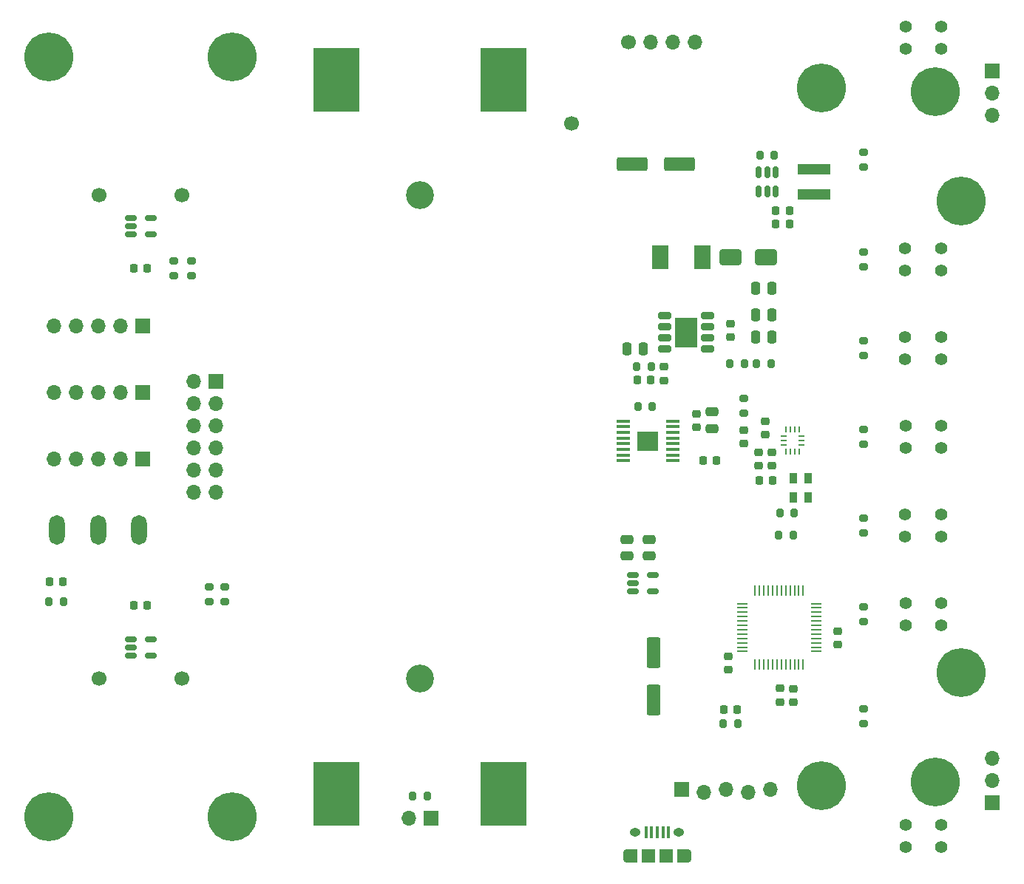
<source format=gbr>
%TF.GenerationSoftware,KiCad,Pcbnew,7.0.8*%
%TF.CreationDate,2023-10-27T12:05:37-04:00*%
%TF.ProjectId,mainboard_dual_battery,6d61696e-626f-4617-9264-5f6475616c5f,rev?*%
%TF.SameCoordinates,PX1312d00PY5f5e100*%
%TF.FileFunction,Soldermask,Top*%
%TF.FilePolarity,Negative*%
%FSLAX46Y46*%
G04 Gerber Fmt 4.6, Leading zero omitted, Abs format (unit mm)*
G04 Created by KiCad (PCBNEW 7.0.8) date 2023-10-27 12:05:37*
%MOMM*%
%LPD*%
G01*
G04 APERTURE LIST*
G04 Aperture macros list*
%AMRoundRect*
0 Rectangle with rounded corners*
0 $1 Rounding radius*
0 $2 $3 $4 $5 $6 $7 $8 $9 X,Y pos of 4 corners*
0 Add a 4 corners polygon primitive as box body*
4,1,4,$2,$3,$4,$5,$6,$7,$8,$9,$2,$3,0*
0 Add four circle primitives for the rounded corners*
1,1,$1+$1,$2,$3*
1,1,$1+$1,$4,$5*
1,1,$1+$1,$6,$7*
1,1,$1+$1,$8,$9*
0 Add four rect primitives between the rounded corners*
20,1,$1+$1,$2,$3,$4,$5,0*
20,1,$1+$1,$4,$5,$6,$7,0*
20,1,$1+$1,$6,$7,$8,$9,0*
20,1,$1+$1,$8,$9,$2,$3,0*%
G04 Aperture macros list end*
%ADD10C,5.600000*%
%ADD11R,1.700000X1.700000*%
%ADD12O,1.700000X1.700000*%
%ADD13RoundRect,0.250000X1.500000X0.550000X-1.500000X0.550000X-1.500000X-0.550000X1.500000X-0.550000X0*%
%ADD14R,0.950000X1.200000*%
%ADD15RoundRect,0.225000X-0.250000X0.225000X-0.250000X-0.225000X0.250000X-0.225000X0.250000X0.225000X0*%
%ADD16RoundRect,0.225000X-0.225000X-0.250000X0.225000X-0.250000X0.225000X0.250000X-0.225000X0.250000X0*%
%ADD17RoundRect,0.150000X-0.512500X-0.150000X0.512500X-0.150000X0.512500X0.150000X-0.512500X0.150000X0*%
%ADD18RoundRect,0.250000X0.250000X0.475000X-0.250000X0.475000X-0.250000X-0.475000X0.250000X-0.475000X0*%
%ADD19RoundRect,0.225000X0.225000X0.250000X-0.225000X0.250000X-0.225000X-0.250000X0.225000X-0.250000X0*%
%ADD20C,1.700000*%
%ADD21R,2.460000X2.310000*%
%ADD22RoundRect,0.097500X-0.690000X-0.097500X0.690000X-0.097500X0.690000X0.097500X-0.690000X0.097500X0*%
%ADD23RoundRect,0.225000X0.250000X-0.225000X0.250000X0.225000X-0.250000X0.225000X-0.250000X-0.225000X0*%
%ADD24C,3.200000*%
%ADD25R,5.320000X7.350000*%
%ADD26RoundRect,0.200000X-0.200000X-0.275000X0.200000X-0.275000X0.200000X0.275000X-0.200000X0.275000X0*%
%ADD27RoundRect,0.200000X0.200000X0.275000X-0.200000X0.275000X-0.200000X-0.275000X0.200000X-0.275000X0*%
%ADD28RoundRect,0.250000X-0.475000X0.250000X-0.475000X-0.250000X0.475000X-0.250000X0.475000X0.250000X0*%
%ADD29R,3.700000X1.200000*%
%ADD30R,0.400000X1.350000*%
%ADD31O,0.890000X1.550000*%
%ADD32R,1.200000X1.550000*%
%ADD33O,1.250000X0.950000*%
%ADD34R,1.500000X1.550000*%
%ADD35RoundRect,0.200000X0.275000X-0.200000X0.275000X0.200000X-0.275000X0.200000X-0.275000X-0.200000X0*%
%ADD36O,1.200000X0.240000*%
%ADD37O,0.240000X1.200000*%
%ADD38RoundRect,0.250000X0.475000X-0.250000X0.475000X0.250000X-0.475000X0.250000X-0.475000X-0.250000X0*%
%ADD39RoundRect,0.250000X0.550000X-1.500000X0.550000X1.500000X-0.550000X1.500000X-0.550000X-1.500000X0*%
%ADD40RoundRect,0.150000X-0.150000X0.512500X-0.150000X-0.512500X0.150000X-0.512500X0.150000X0.512500X0*%
%ADD41RoundRect,0.200000X-0.550000X-0.200000X0.550000X-0.200000X0.550000X0.200000X-0.550000X0.200000X0*%
%ADD42R,2.620000X3.510000*%
%ADD43RoundRect,0.218750X-0.218750X-0.256250X0.218750X-0.256250X0.218750X0.256250X-0.218750X0.256250X0*%
%ADD44R,0.250000X0.675000*%
%ADD45R,0.675000X0.250000*%
%ADD46R,1.870000X2.800000*%
%ADD47RoundRect,0.218750X-0.256250X0.218750X-0.256250X-0.218750X0.256250X-0.218750X0.256250X0.218750X0*%
%ADD48RoundRect,0.250000X1.000000X0.650000X-1.000000X0.650000X-1.000000X-0.650000X1.000000X-0.650000X0*%
%ADD49O,1.800000X3.400000*%
%ADD50RoundRect,0.200000X-0.275000X0.200000X-0.275000X-0.200000X0.275000X-0.200000X0.275000X0.200000X0*%
%ADD51C,1.400000*%
G04 APERTURE END LIST*
D10*
%TO.C,REF\u002A\u002A*%
X4500000Y-43500000D03*
%TD*%
D11*
%TO.C,J14*%
X48260000Y-43688000D03*
D12*
X45720000Y-43688000D03*
%TD*%
D11*
%TO.C,J2*%
X15240000Y12700000D03*
D12*
X12700000Y12700000D03*
X10160000Y12700000D03*
X7620000Y12700000D03*
X5080000Y12700000D03*
%TD*%
D13*
%TO.C,C19*%
X76700000Y31242000D03*
X71300000Y31242000D03*
%TD*%
D14*
%TO.C,X1*%
X91446000Y-6944750D03*
X91446000Y-4744750D03*
X89746000Y-4744750D03*
X89746000Y-6944750D03*
%TD*%
D15*
%TO.C,C7*%
X78669625Y2665000D03*
X78669625Y1115000D03*
%TD*%
D16*
%TO.C,C18*%
X14211000Y-19304000D03*
X15761000Y-19304000D03*
%TD*%
D17*
%TO.C,U13*%
X13862500Y-23190000D03*
X13862500Y-24140000D03*
X13862500Y-25090000D03*
X16137500Y-25090000D03*
X16137500Y-23190000D03*
%TD*%
D18*
%TO.C,C1*%
X72578000Y10033000D03*
X70678000Y10033000D03*
%TD*%
D19*
%TO.C,C27*%
X83325000Y-31242000D03*
X81775000Y-31242000D03*
%TD*%
D20*
%TO.C,J6*%
X10250000Y27700000D03*
%TD*%
D16*
%TO.C,C8*%
X87762000Y25908000D03*
X89312000Y25908000D03*
%TD*%
D21*
%TO.C,U11*%
X73111000Y-467000D03*
D22*
X70248500Y1808000D03*
X70248500Y1158000D03*
X70248500Y508000D03*
X70248500Y-142000D03*
X70248500Y-792000D03*
X70248500Y-1442000D03*
X70248500Y-2092000D03*
X70248500Y-2742000D03*
X75973500Y-2742000D03*
X75973500Y-2092000D03*
X75973500Y-1442000D03*
X75973500Y-792000D03*
X75973500Y-142000D03*
X75973500Y508000D03*
X75973500Y1158000D03*
X75973500Y1808000D03*
%TD*%
D10*
%TO.C,REF\u002A\u002A*%
X109000000Y-27000000D03*
%TD*%
D23*
%TO.C,C10*%
X89789000Y-30383000D03*
X89789000Y-28833000D03*
%TD*%
D24*
%TO.C,BT1*%
X46990000Y-27700000D03*
X46990000Y27700000D03*
D20*
X64390000Y35930000D03*
D25*
X56540000Y-40860000D03*
X56540000Y40860000D03*
X37440000Y-40860000D03*
X37440000Y40860000D03*
%TD*%
D15*
%TO.C,C6*%
X82296000Y-25133000D03*
X82296000Y-26683000D03*
%TD*%
D26*
%TO.C,R15*%
X85934000Y32258000D03*
X87584000Y32258000D03*
%TD*%
D27*
%TO.C,R20*%
X73469000Y8001000D03*
X71819000Y8001000D03*
%TD*%
D28*
%TO.C,C2*%
X70739000Y-11750000D03*
X70739000Y-13650000D03*
%TD*%
D11*
%TO.C,J11*%
X112522000Y-41910000D03*
D12*
X112522000Y-39370000D03*
X112522000Y-36830000D03*
%TD*%
D28*
%TO.C,C3*%
X73279000Y-11750000D03*
X73279000Y-13650000D03*
%TD*%
D26*
%TO.C,R21*%
X81725000Y-32893000D03*
X83375000Y-32893000D03*
%TD*%
D29*
%TO.C,L1*%
X92093000Y27810000D03*
X92093000Y30610000D03*
%TD*%
D17*
%TO.C,U9*%
X13862500Y25090000D03*
X13862500Y24140000D03*
X13862500Y23190000D03*
X16137500Y23190000D03*
X16137500Y25090000D03*
%TD*%
D30*
%TO.C,J3*%
X72868000Y-45336000D03*
X73518000Y-45336000D03*
X74168000Y-45336000D03*
X74818000Y-45336000D03*
X75468000Y-45336000D03*
D31*
X70668000Y-48036000D03*
D32*
X71268000Y-48036000D03*
D33*
X71668000Y-45336000D03*
D34*
X73168000Y-48036000D03*
X75168000Y-48036000D03*
D33*
X76668000Y-45336000D03*
D32*
X77068000Y-48036000D03*
D31*
X77668000Y-48036000D03*
%TD*%
D20*
%TO.C,J4*%
X19750000Y27700000D03*
%TD*%
D16*
%TO.C,C14*%
X79418625Y-2682000D03*
X80968625Y-2682000D03*
%TD*%
D35*
%TO.C,R5*%
X97790000Y9335000D03*
X97790000Y10985000D03*
%TD*%
D15*
%TO.C,C24*%
X82550000Y12967000D03*
X82550000Y11417000D03*
%TD*%
D11*
%TO.C,J1*%
X76962000Y-40386000D03*
D12*
X79502000Y-40767000D03*
X82042000Y-40386000D03*
X84582000Y-40767000D03*
X87122000Y-40386000D03*
%TD*%
D16*
%TO.C,C16*%
X87762000Y24384000D03*
X89312000Y24384000D03*
%TD*%
D11*
%TO.C,J13*%
X23622000Y6350000D03*
D12*
X21082000Y6350000D03*
X23622000Y3810000D03*
X21082000Y3810000D03*
X23622000Y1270000D03*
X21082000Y1270000D03*
X23622000Y-1270000D03*
X21082000Y-1270000D03*
X23622000Y-3810000D03*
X21082000Y-3810000D03*
X23622000Y-6350000D03*
X21082000Y-6350000D03*
%TD*%
D15*
%TO.C,C11*%
X85770000Y-1767750D03*
X85770000Y-3317750D03*
%TD*%
%TO.C,C26*%
X74930000Y8014000D03*
X74930000Y6464000D03*
%TD*%
D35*
%TO.C,R3*%
X97790000Y-10985000D03*
X97790000Y-9335000D03*
%TD*%
D36*
%TO.C,U15*%
X92338000Y-24594000D03*
X92338000Y-24094000D03*
X92338000Y-23594000D03*
X92338000Y-23094000D03*
X92338000Y-22594000D03*
X92338000Y-22094000D03*
X92338000Y-21594000D03*
X92338000Y-21094000D03*
X92338000Y-20594000D03*
X92338000Y-20094000D03*
X92338000Y-19594000D03*
X92338000Y-19094000D03*
D37*
X90888000Y-17644000D03*
X90388000Y-17644000D03*
X89888000Y-17644000D03*
X89388000Y-17644000D03*
X88888000Y-17644000D03*
X88388000Y-17644000D03*
X87888000Y-17644000D03*
X87388000Y-17644000D03*
X86888000Y-17644000D03*
X86388000Y-17644000D03*
X85888000Y-17644000D03*
X85388000Y-17644000D03*
D36*
X83938000Y-19094000D03*
X83938000Y-19594000D03*
X83938000Y-20094000D03*
X83938000Y-20594000D03*
X83938000Y-21094000D03*
X83938000Y-21594000D03*
X83938000Y-22094000D03*
X83938000Y-22594000D03*
X83938000Y-23094000D03*
X83938000Y-23594000D03*
X83938000Y-24094000D03*
X83938000Y-24594000D03*
D37*
X85388000Y-26044000D03*
X85888000Y-26044000D03*
X86388000Y-26044000D03*
X86888000Y-26044000D03*
X87388000Y-26044000D03*
X87888000Y-26044000D03*
X88388000Y-26044000D03*
X88888000Y-26044000D03*
X89388000Y-26044000D03*
X89888000Y-26044000D03*
X90388000Y-26044000D03*
X90888000Y-26044000D03*
%TD*%
D27*
%TO.C,R19*%
X84137000Y8382000D03*
X82487000Y8382000D03*
%TD*%
D18*
%TO.C,C21*%
X87310000Y14008000D03*
X85410000Y14008000D03*
%TD*%
D10*
%TO.C,REF\u002A\u002A*%
X109000000Y27000000D03*
%TD*%
D35*
%TO.C,R12*%
X20828000Y18479000D03*
X20828000Y20129000D03*
%TD*%
D16*
%TO.C,C12*%
X14211000Y19304000D03*
X15761000Y19304000D03*
%TD*%
D10*
%TO.C,REF\u002A\u002A*%
X93000000Y40000000D03*
%TD*%
%TO.C,REF\u002A\u002A*%
X106000000Y-39500000D03*
%TD*%
D38*
%TO.C,C5*%
X80447625Y940000D03*
X80447625Y2840000D03*
%TD*%
D18*
%TO.C,C22*%
X87310000Y11430000D03*
X85410000Y11430000D03*
%TD*%
D35*
%TO.C,R2*%
X97790000Y-21145000D03*
X97790000Y-19495000D03*
%TD*%
D26*
%TO.C,R10*%
X4509000Y-18923000D03*
X6159000Y-18923000D03*
%TD*%
D39*
%TO.C,C4*%
X73787000Y-30132000D03*
X73787000Y-24732000D03*
%TD*%
D40*
%TO.C,U10*%
X87709000Y30347500D03*
X86759000Y30347500D03*
X85809000Y30347500D03*
X85809000Y28072500D03*
X86759000Y28072500D03*
X87709000Y28072500D03*
%TD*%
D27*
%TO.C,R22*%
X47815000Y-41148000D03*
X46165000Y-41148000D03*
%TD*%
D10*
%TO.C,REF\u002A\u002A*%
X106000000Y39500000D03*
%TD*%
D41*
%TO.C,U14*%
X74990000Y13843000D03*
X74990000Y12573000D03*
X74990000Y11303000D03*
X74990000Y10033000D03*
X79950000Y10033000D03*
X79950000Y11303000D03*
X79950000Y12573000D03*
X79950000Y13843000D03*
D42*
X77470000Y11938000D03*
%TD*%
D10*
%TO.C,REF\u002A\u002A*%
X93000000Y-40000000D03*
%TD*%
D20*
%TO.C,J5*%
X19750000Y-27700000D03*
%TD*%
D43*
%TO.C,D1*%
X4546500Y-16637000D03*
X6121500Y-16637000D03*
%TD*%
D10*
%TO.C,REF\u002A\u002A*%
X25500000Y43500000D03*
%TD*%
D23*
%TO.C,C17*%
X88265000Y-30370000D03*
X88265000Y-28820000D03*
%TD*%
D27*
%TO.C,R14*%
X73596000Y3429000D03*
X71946000Y3429000D03*
%TD*%
D35*
%TO.C,R7*%
X97790000Y30925000D03*
X97790000Y32575000D03*
%TD*%
%TO.C,R6*%
X97790000Y19495000D03*
X97790000Y21145000D03*
%TD*%
D18*
%TO.C,C20*%
X87310000Y17018000D03*
X85410000Y17018000D03*
%TD*%
D27*
%TO.C,R18*%
X87185000Y8382000D03*
X85535000Y8382000D03*
%TD*%
D26*
%TO.C,R8*%
X88075000Y-11303000D03*
X89725000Y-11303000D03*
%TD*%
D11*
%TO.C,J12*%
X112522000Y41910000D03*
D12*
X112522000Y39370000D03*
X112522000Y36830000D03*
%TD*%
D44*
%TO.C,U12*%
X90408000Y835750D03*
X89908000Y835750D03*
X89408000Y835750D03*
X88908000Y835750D03*
D45*
X88645500Y73250D03*
X88645500Y-426750D03*
X88645500Y-926750D03*
D44*
X88908000Y-1689250D03*
X89408000Y-1689250D03*
X89908000Y-1689250D03*
X90408000Y-1689250D03*
D45*
X90670500Y-926750D03*
X90670500Y-426750D03*
X90670500Y73250D03*
%TD*%
D11*
%TO.C,J9*%
X15240000Y5080000D03*
D12*
X12700000Y5080000D03*
X10160000Y5080000D03*
X7620000Y5080000D03*
X5080000Y5080000D03*
%TD*%
D15*
%TO.C,C9*%
X87294000Y-1767750D03*
X87294000Y-3317750D03*
%TD*%
D46*
%TO.C,L2*%
X74542000Y20574000D03*
X79382000Y20574000D03*
%TD*%
D47*
%TO.C,D2*%
X84074000Y787500D03*
X84074000Y-787500D03*
%TD*%
D16*
%TO.C,C25*%
X71869000Y6477000D03*
X73419000Y6477000D03*
%TD*%
D15*
%TO.C,C15*%
X86532000Y1788250D03*
X86532000Y238250D03*
%TD*%
D20*
%TO.C,J8*%
X70866000Y45212000D03*
D12*
X73406000Y45212000D03*
X75946000Y45212000D03*
X78486000Y45212000D03*
%TD*%
D10*
%TO.C,REF\u002A\u002A*%
X4500000Y43500000D03*
%TD*%
D11*
%TO.C,J10*%
X15240000Y-2540000D03*
D12*
X12700000Y-2540000D03*
X10160000Y-2540000D03*
X7620000Y-2540000D03*
X5080000Y-2540000D03*
%TD*%
D48*
%TO.C,D3*%
X86582000Y20574000D03*
X82582000Y20574000D03*
%TD*%
D19*
%TO.C,C23*%
X87388500Y-4994750D03*
X85838500Y-4994750D03*
%TD*%
D49*
%TO.C,SW1*%
X5460000Y-10668000D03*
X10160000Y-10668000D03*
X14860000Y-10668000D03*
%TD*%
D50*
%TO.C,R17*%
X24638000Y-17209000D03*
X24638000Y-18859000D03*
%TD*%
%TO.C,R16*%
X22860000Y-17209000D03*
X22860000Y-18859000D03*
%TD*%
%TO.C,R1*%
X97790000Y-31179000D03*
X97790000Y-32829000D03*
%TD*%
D10*
%TO.C,REF\u002A\u002A*%
X25500000Y-43500000D03*
%TD*%
D35*
%TO.C,R13*%
X18796000Y18479000D03*
X18796000Y20129000D03*
%TD*%
D20*
%TO.C,J7*%
X10250000Y-27700000D03*
%TD*%
D35*
%TO.C,R4*%
X97790000Y-825000D03*
X97790000Y825000D03*
%TD*%
%TO.C,R11*%
X84074000Y2731000D03*
X84074000Y4381000D03*
%TD*%
D17*
%TO.C,U1*%
X71379500Y-15814000D03*
X71379500Y-16764000D03*
X71379500Y-17714000D03*
X73654500Y-17714000D03*
X73654500Y-15814000D03*
%TD*%
D27*
%TO.C,R9*%
X89852000Y-8763000D03*
X88202000Y-8763000D03*
%TD*%
D15*
%TO.C,C13*%
X94869000Y-22229000D03*
X94869000Y-23779000D03*
%TD*%
D51*
%TO.C,U3*%
X106698000Y-19070000D03*
X106698000Y-21610000D03*
X102598000Y-21610000D03*
X102598000Y-19070000D03*
%TD*%
%TO.C,U5*%
X106698000Y1250000D03*
X106698000Y-1290000D03*
X102598000Y-1290000D03*
X102598000Y1250000D03*
%TD*%
%TO.C,U2*%
X106698000Y-44470000D03*
X106698000Y-47010000D03*
X102598000Y-47010000D03*
X102598000Y-44470000D03*
%TD*%
%TO.C,U4*%
X106680000Y-8890000D03*
X106680000Y-11430000D03*
X102580000Y-11430000D03*
X102580000Y-8890000D03*
%TD*%
%TO.C,U7*%
X106680000Y21590000D03*
X106680000Y19050000D03*
X102580000Y19050000D03*
X102580000Y21590000D03*
%TD*%
%TO.C,U6*%
X106680000Y11430000D03*
X106680000Y8890000D03*
X102580000Y8890000D03*
X102580000Y11430000D03*
%TD*%
%TO.C,U8*%
X106698000Y46970000D03*
X106698000Y44430000D03*
X102598000Y44430000D03*
X102598000Y46970000D03*
%TD*%
M02*

</source>
